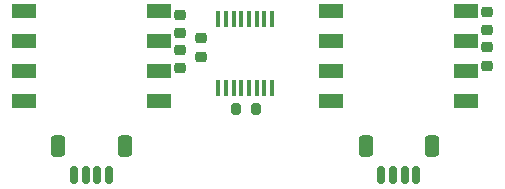
<source format=gbr>
%TF.GenerationSoftware,KiCad,Pcbnew,6.0.10-86aedd382b~118~ubuntu22.04.1*%
%TF.CreationDate,2023-03-06T18:26:28-08:00*%
%TF.ProjectId,pressure-qwiic-3,70726573-7375-4726-952d-71776969632d,rev?*%
%TF.SameCoordinates,Original*%
%TF.FileFunction,Paste,Bot*%
%TF.FilePolarity,Positive*%
%FSLAX46Y46*%
G04 Gerber Fmt 4.6, Leading zero omitted, Abs format (unit mm)*
G04 Created by KiCad (PCBNEW 6.0.10-86aedd382b~118~ubuntu22.04.1) date 2023-03-06 18:26:28*
%MOMM*%
%LPD*%
G01*
G04 APERTURE LIST*
G04 Aperture macros list*
%AMRoundRect*
0 Rectangle with rounded corners*
0 $1 Rounding radius*
0 $2 $3 $4 $5 $6 $7 $8 $9 X,Y pos of 4 corners*
0 Add a 4 corners polygon primitive as box body*
4,1,4,$2,$3,$4,$5,$6,$7,$8,$9,$2,$3,0*
0 Add four circle primitives for the rounded corners*
1,1,$1+$1,$2,$3*
1,1,$1+$1,$4,$5*
1,1,$1+$1,$6,$7*
1,1,$1+$1,$8,$9*
0 Add four rect primitives between the rounded corners*
20,1,$1+$1,$2,$3,$4,$5,0*
20,1,$1+$1,$4,$5,$6,$7,0*
20,1,$1+$1,$6,$7,$8,$9,0*
20,1,$1+$1,$8,$9,$2,$3,0*%
G04 Aperture macros list end*
%ADD10RoundRect,0.150000X0.150000X0.625000X-0.150000X0.625000X-0.150000X-0.625000X0.150000X-0.625000X0*%
%ADD11RoundRect,0.250000X0.350000X0.650000X-0.350000X0.650000X-0.350000X-0.650000X0.350000X-0.650000X0*%
%ADD12RoundRect,0.225000X-0.250000X0.225000X-0.250000X-0.225000X0.250000X-0.225000X0.250000X0.225000X0*%
%ADD13RoundRect,0.225000X0.250000X-0.225000X0.250000X0.225000X-0.250000X0.225000X-0.250000X-0.225000X0*%
%ADD14R,2.032000X1.143000*%
%ADD15R,0.450000X1.475000*%
%ADD16RoundRect,0.200000X-0.200000X-0.275000X0.200000X-0.275000X0.200000X0.275000X-0.200000X0.275000X0*%
G04 APERTURE END LIST*
D10*
%TO.C,J1*%
X14500000Y-15325000D03*
X13500000Y-15325000D03*
X12500000Y-15325000D03*
X11500000Y-15325000D03*
D11*
X15800000Y-12800000D03*
X10200000Y-12800000D03*
%TD*%
D12*
%TO.C,C31*%
X-5500000Y-4725000D03*
X-5500000Y-6275000D03*
%TD*%
%TO.C,C21*%
X20500000Y-4500000D03*
X20500000Y-6050000D03*
%TD*%
D13*
%TO.C,C32*%
X-5500000Y-3275000D03*
X-5500000Y-1725000D03*
%TD*%
%TO.C,C1*%
X-3750000Y-5275000D03*
X-3750000Y-3725000D03*
%TD*%
D14*
%TO.C,U2*%
X18716000Y-1440000D03*
X18716000Y-3980000D03*
X18716000Y-6520000D03*
X18716000Y-9060000D03*
X7284000Y-9060000D03*
X7284000Y-6520000D03*
X7284000Y-3980000D03*
X7284000Y-1440000D03*
%TD*%
D13*
%TO.C,C22*%
X20500000Y-3050000D03*
X20500000Y-1500000D03*
%TD*%
D15*
%TO.C,IC1*%
X2275000Y-7938000D03*
X1625000Y-7938000D03*
X975000Y-7938000D03*
X325000Y-7938000D03*
X-325000Y-7938000D03*
X-975000Y-7938000D03*
X-1625000Y-7938000D03*
X-2275000Y-7938000D03*
X-2275000Y-2062000D03*
X-1625000Y-2062000D03*
X-975000Y-2062000D03*
X-325000Y-2062000D03*
X325000Y-2062000D03*
X975000Y-2062000D03*
X1625000Y-2062000D03*
X2275000Y-2062000D03*
%TD*%
D10*
%TO.C,J2*%
X-11500000Y-15325000D03*
X-12500000Y-15325000D03*
X-13500000Y-15325000D03*
X-14500000Y-15325000D03*
D11*
X-10200000Y-12800000D03*
X-15800000Y-12800000D03*
%TD*%
D14*
%TO.C,U3*%
X-7284000Y-1440000D03*
X-7284000Y-3980000D03*
X-7284000Y-6520000D03*
X-7284000Y-9060000D03*
X-18716000Y-9060000D03*
X-18716000Y-6520000D03*
X-18716000Y-3980000D03*
X-18716000Y-1440000D03*
%TD*%
D16*
%TO.C,R1*%
X-750000Y-9750000D03*
X900000Y-9750000D03*
%TD*%
M02*

</source>
